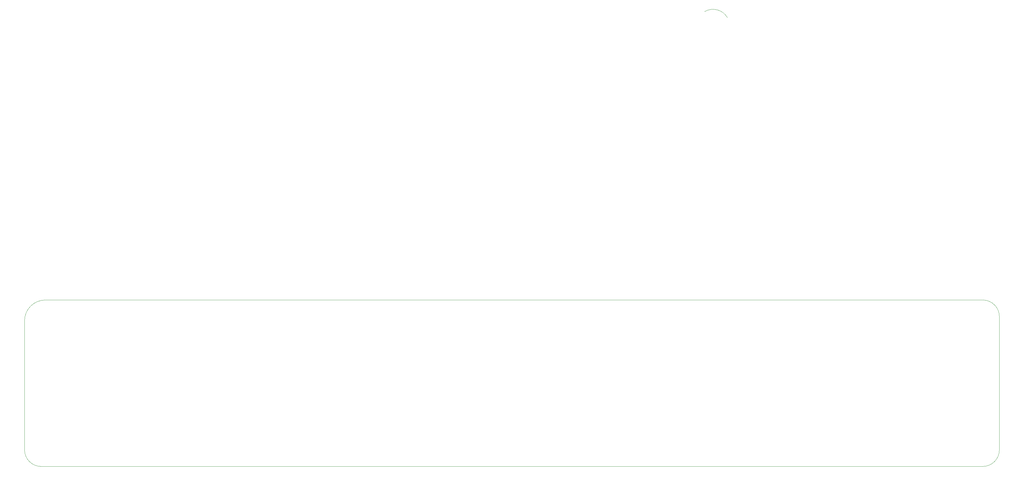
<source format=gm1>
G04 #@! TF.GenerationSoftware,KiCad,Pcbnew,7.0.2-0*
G04 #@! TF.CreationDate,2024-01-28T20:17:45-06:00*
G04 #@! TF.ProjectId,bus_bar,6275735f-6261-4722-9e6b-696361645f70,rev?*
G04 #@! TF.SameCoordinates,Original*
G04 #@! TF.FileFunction,Profile,NP*
%FSLAX46Y46*%
G04 Gerber Fmt 4.6, Leading zero omitted, Abs format (unit mm)*
G04 Created by KiCad (PCBNEW 7.0.2-0) date 2024-01-28 20:17:45*
%MOMM*%
%LPD*%
G01*
G04 APERTURE LIST*
G04 #@! TA.AperFunction,Profile*
%ADD10C,0.100000*%
G04 #@! TD*
G04 APERTURE END LIST*
D10*
X350415006Y-106679998D02*
G75*
G03*
X345335002Y-101599996I-5080004J-2D01*
G01*
X350415002Y-147320001D02*
X350415005Y-106679998D01*
X58315006Y-152400001D02*
X345335004Y-152400002D01*
X53235002Y-107949995D02*
X53234999Y-147319998D01*
X345335001Y-101599996D02*
X59584999Y-101600002D01*
X267507544Y-15422364D02*
G75*
G03*
X260568135Y-13562954I-4399410J-2540001D01*
G01*
X345335004Y-152400002D02*
G75*
G03*
X350415002Y-147320001I-2J5080000D01*
G01*
X53235005Y-147319998D02*
G75*
G03*
X58315006Y-152400001I5080000J-3D01*
G01*
X59584999Y-101599992D02*
G75*
G03*
X53235002Y-107949995I6J-6350003D01*
G01*
M02*

</source>
